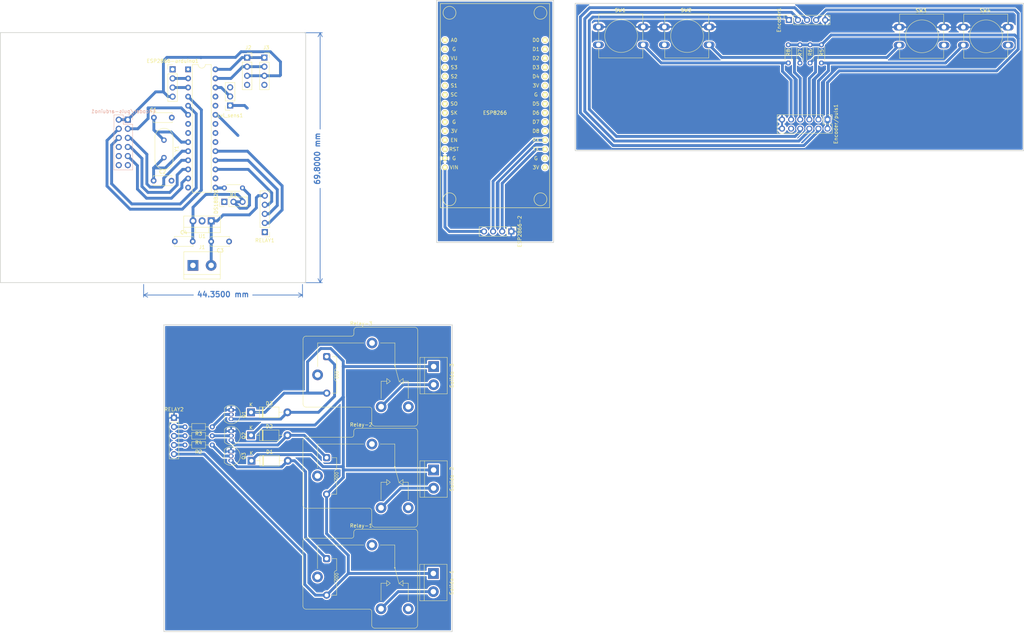
<source format=kicad_pcb>
(kicad_pcb (version 20211014) (generator pcbnew)
  (layers (0 "F.Cu" signal) (31 "B.Cu" signal) (34 "B.Paste" user) (35 "F.Paste" user) (36 "B.SilkS" user "B.Silkscreen") (37 "F.SilkS" user "F.Silkscreen") (38 "B.Mask" user) (39 "F.Mask" user) (44 "Edge.Cuts" user))
  (net 0 "")
  (net 1 "GND")
  (net 2 "Net-(Encoder/puls-arduino1-Pad3)")
  (net 3 "Net-(ESP2866-2-Pad2)")
  (net 4 "Net-(ESP2866-2-Pad3)")
  (net 6 "+5V")
  (net 9 "+12V")
  (net 11 "Net-(D1-Pad2)")
  (net 12 "Net-(D2-Pad2)")
  (net 13 "Net-(C1-Pad1)")
  (net 14 "Net-(C2-Pad1)")
  (net 15 "Net-(Lvl_sens1-Pad2)")
  (net 16 "Net-(Encoder/puls-arduino1-Pad5)")
  (net 17 "Net-(Encoder/puls-arduino1-Pad9)")
  (net 19 "Net-(Encoder/puls1-Pad3)")
  (net 20 "Net-(Encoder/puls1-Pad5)")
  (net 21 "Net-(Q1-Pad2)")
  (net 22 "Net-(Q2-Pad2)")
  (net 23 "Net-(Q3-Pad2)")
  (net 24 "Net-(D3-Pad2)")
  (net 25 "Net-(R1-Pad2)")
  (net 26 "Net-(R2-Pad2)")
  (net 27 "Net-(R3-Pad2)")
  (net 28 "Net-(R4-Pad2)")
  (net 29 "Net-(J2-Pad1)")
  (net 30 "Net-(J2-Pad2)")
  (net 31 "unconnected-(U3-Pad24)")
  (net 32 "Net-(Encoder/puls1-Pad7)")
  (net 35 "Net-(ESP2866-arduino1-Pad2)")
  (net 36 "Net-(ESP2866-arduino1-Pad3)")
  (net 57 "Net-(RELAY1-Pad2)")
  (net 58 "Net-(RELAY1-Pad3)")
  (net 59 "Net-(RELAY1-Pad4)")
  (net 62 "Net-(Encoder/puls-arduino1-Pad7)")
  (net 67 "Net-(Relay-1-Pad11A)")
  (net 69 "Net-(Relay-2-Pad11A)")
  (net 71 "Net-(Relay-3-Pad11A)")
  (net 73 "Net-(Encoder/puls1-Pad9)")
  (net 74 "Net-(Relay-1-Pad14)")
  (net 75 "Net-(Relay-2-Pad14)")
  (net 76 "Net-(Relay-3-Pad14)")
  (net 77 "Net-(Encoder/puls-arduino1-Pad4)")
  (net 78 "Net-(Encoder/puls-arduino1-Pad6)")
  (net 79 "Net-(Encoder/puls-arduino1-Pad8)")
  (net 80 "Net-(Encoder/puls1-Pad4)")
  (net 81 "Net-(Encoder/puls1-Pad6)")
  (net 82 "Net-(Encoder/puls1-Pad8)")
  (footprint "Connector_PinSocket_2.54mm:PinSocket_1x05_P2.54mm_Vertical" (layer "F.Cu") (at 212.94 19.805 90)
    (fp_text reference "Encoder1")
    (fp_text value "Conn_01x05")
  )
  (footprint "Button_Switch_THT:SW_PUSH-12mm" (layer "F.Cu") (at 261.67 21.82)
    (fp_text reference "SW4")
    (fp_text value "SW_Push")
  )
  (footprint "Capacitor_THT:C_Disc_D5.0mm_W2.5mm_P5.00mm" (layer "F.Cu") (at 35.555 64.68)
    (fp_text reference "C2")
    (fp_text value "20pF")
  )
  (footprint "Connector_PinSocket_2.54mm:PinSocket_1x03_P2.54mm_Vertical" (layer "F.Cu") (at 56.92 43.685 180)
    (fp_text reference "Lvl_sens1")
    (fp_text value "lvl_sens")
  )
  (footprint "Diode_THT:D_DO-41_SOD81_P10.16mm_Horizontal" (layer "F.Cu") (at 62.87 142.89)
    (fp_text reference "D1")
    (fp_text value "1N4007")
  )
  (footprint "Package_TO_SOT_THT:TO-220-3_Vertical" (layer "F.Cu") (at 51.635 75.91 180)
    (fp_text reference "U1")
    (fp_text value "LM7805")
  )
  (footprint "Resistor_THT:R_Axial_DIN0204_L3.6mm_D1.6mm_P7.62mm_Horizontal" (layer "F.Cu") (at 51.93 133.42 180)
    (fp_text reference "R3")
    (fp_text value "1k")
  )
  (footprint "Resistor_THT:R_Axial_DIN0204_L3.6mm_D1.6mm_P5.08mm_Horizontal" (layer "F.Cu") (at 60.375 66.7 180)
    (fp_text reference "R1")
    (fp_text value "4.7k")
  )
  (footprint "Relay_THT:Relay_SPDT_RAYEX-L90" (layer "F.Cu") (at 81.35 118.9)
    (fp_text reference "Relay-3")
    (fp_text value "RAYEX-L90")
  )
  (footprint "Diode_THT:D_DO-41_SOD81_P10.16mm_Horizontal" (layer "F.Cu") (at 62.76 135.78)
    (fp_text reference "D2")
    (fp_text value "1N4007")
  )
  (footprint "Capacitor_THT:C_Disc_D5.0mm_W2.5mm_P5.00mm" (layer "F.Cu") (at 35.625 47.06)
    (fp_text reference "C1")
    (fp_text value "20pF")
  )
  (footprint "Resistor_THT:R_Axial_DIN0204_L3.6mm_D1.6mm_P5.08mm_Horizontal" (layer "F.Cu") (at 218.87 31.81 90)
    (fp_text reference "R6")
    (fp_text value "10k")
  )
  (footprint "Crystal:Crystal_HC49-4H_Vertical" (layer "F.Cu") (at 38.445 53.35 -90)
    (fp_text reference "Y1")
    (fp_text value "16MHz")
  )
  (footprint "Connector_PinHeader_2.54mm:PinHeader_1x04_P2.54mm_Vertical" (layer "F.Cu") (at 135.44 78.85 -90)
    (fp_text reference "ESP2866-2")
    (fp_text value "Conn_01x04")
  )
  (footprint "Capacitor_THT:C_Disc_D5.0mm_W2.5mm_P5.00mm" (layer "F.Cu") (at 56.635 81.66 180)
    (fp_text reference "C3")
    (fp_text value "330nF")
  )
  (footprint "Connector_PinSocket_2.54mm:PinSocket_1x04_P2.54mm_Vertical" (layer "F.Cu") (at 61.665 30.3)
    (fp_text reference "J3")
    (fp_text value "DS1307")
  )
  (footprint "TerminalBlock:TerminalBlock_bornier-2_P5.08mm" (layer "F.Cu") (at 113.75 116.58 -90)
    (fp_text reference "Salida-3")
    (fp_text value "Conn_01x02")
  )
  (footprint "Resistor_THT:R_Axial_DIN0204_L3.6mm_D1.6mm_P5.08mm_Horizontal" (layer "F.Cu") (at 216.04 31.81 90)
    (fp_text reference "R7")
    (fp_text value "10k")
  )
  (footprint "ESP8266 LOLiN v3:ESP8266" (layer "F.Cu") (at 130.88 45.73)
    (fp_text reference "ESP8266")
    (fp_text value "NodeMCU1.0(ESP-12E)")
  )
  (footprint "Button_Switch_THT:SW_PUSH-12mm" (layer "F.Cu") (at 159.76 21.74)
    (fp_text reference "SW1")
    (fp_text value "SW_Push")
  )
  (footprint "Connector_PinSocket_2.54mm:PinSocket_1x04_P2.54mm_Vertical" (layer "F.Cu") (at 66.485 30.3)
    (fp_text reference "J2")
    (fp_text value "I2C + LCD")
  )
  (footprint "Package_TO_SOT_THT:TO-92_Inline" (layer "F.Cu") (at 57.2 128.7 -90)
    (fp_text reference "Q1")
    (fp_text value "PN2222A")
  )
  (footprint "TerminalBlock:TerminalBlock_bornier-2_P5.08mm" (layer "F.Cu") (at 46.535 88.33)
    (fp_text reference "J1")
    (fp_text value "12v")
  )
  (footprint "Package_TO_SOT_THT:TO-92_Inline" (layer "F.Cu") (at 57.2 134.61 -90)
    (fp_text reference "Q2")
    (fp_text value "PN2222A")
  )
  (footprint "Connector_PinHeader_2.54mm:PinHeader_2x06_P2.54mm_Vertical" (layer "F.Cu") (at 223.74 47.595 -90)
    (fp_text reference "Encoder/puls1")
    (fp_text value "Conn_02x06_Odd_Even")
  )
  (footprint "Diode_THT:D_DO-41_SOD81_P10.16mm_Horizontal" (layer "F.Cu") (at 62.76 129.36)
    (fp_text reference "D3")
    (fp_text value "1N4007")
  )
  (footprint "Capacitor_THT:C_Disc_D5.0mm_W2.5mm_P5.00mm" (layer "F.Cu") (at 41.475 81.64)
    (fp_text reference "C4")
    (fp_text value "100nF")
  )
  (footprint "TerminalBlock:TerminalBlock_bornier-2_P5.08mm" (layer "F.Cu") (at 113.74 145.46 -90)
    (fp_text reference "Salida-2")
    (fp_text value "Conn_01x02")
  )
  (footprint "Package_TO_SOT_THT:TO-92_Inline" (layer "F.Cu") (at 57.16 140.29 -90)
    (fp_text reference "Q3")
    (fp_text value "PN2222A")
  )
  (footprint "Connector_PinHeader_2.54mm:PinHeader_1x05_P2.54mm_Vertical" (layer "F.Cu") (at 41.24 130.875)
    (fp_text reference "RELAY2")
    (fp_text value "Conn_01x05")
  )
  (footprint "Package_DIP:DIP-28_W7.62mm" (layer "F.Cu") (at 45.195 33.58)
    (fp_text reference "U3" hide)
    (fp_text value "ATmega328P-P")
  )
  (footprint "Connector_PinHeader_2.54mm:PinHeader_1x05_P2.54mm_Vertical" (layer "F.Cu") (at 66.605 79.025 180)
    (fp_text reference "RELAY1")
    (fp_text value "Conn_01x05")
  )
  (footprint "TerminalBlock:TerminalBlock_bornier-2_P5.08mm" (layer "F.Cu") (at 113.67 174.36 -90)
    (fp_text reference "Salida-1")
    (fp_text value "Conn_01x02")
  )
  (footprint "Resistor_THT:R_Axial_DIN0204_L3.6mm_D1.6mm_P5.08mm_Horizontal" (layer "F.Cu") (at 212.79 31.81 90)
    (fp_text reference "R8")
    (fp_text value "10k")
  )
  (footprint "Relay_THT:Relay_SPDT_RAYEX-L90" (layer "F.Cu") (at 81.32 147.12)
    (fp_text reference "Relay-2")
    (fp_text value "RAYEX-L90")
  )
  (footprint "Connector_PinHeader_2.54mm:PinHeader_1x04_P2.54mm_Vertical" (layer "F.Cu") (at 40.855 33.58)
    (fp_text reference "ESP2866-arduino1")
    (fp_text value "Conn_01x04")
  )
  (footprint "Button_Switch_THT:SW_PUSH-12mm" (layer "F.Cu") (at 178.18 21.74)
    (fp_text reference "SW2")
    (fp_text value "SW_Push")
  )
  (footprint "Resistor_THT:R_Axial_DIN0204_L3.6mm_D1.6mm_P7.62mm_Horizontal" (layer "F.Cu") (at 51.93 138.48 180)
    (fp_text reference "R2")
    (fp_text value "1k")
  )
  (footprint "Relay_THT:Relay_SPDT_RAYEX-L90" (layer "F.Cu") (at 81.32 175.32)
    (fp_text reference "Relay-1")
    (fp_text value "RAYEX-L90")
  )
  (footprint "Button_Switch_THT:SW_PUSH-12mm" (layer "F.Cu") (at 243.76 21.82)
    (fp_text reference "SW3")
    (fp_text value "SW_Push")
  )
  (footprint "Resistor_THT:R_Axial_DIN0204_L3.6mm_D1.6mm_P7.62mm_Horizontal" (layer "F.Cu") (at 51.93 135.92 180)
    (fp_text reference "R4")
    (fp_text value "1k")
  )
  (footprint "Resistor_THT:R_Axial_DIN0204_L3.6mm_D1.6mm_P5.08mm_Horizontal" (layer "F.Cu") (at 222.04 31.81 90)
    (fp_text reference "R5")
    (fp_text value "10k")
  )
  (footprint "Connector_PinHeader_2.54mm:PinHeader_1x03_P2.54mm_Vertical" (layer "F.Cu") (at 55.31 70.58 90)
    (fp_text reference "DS18B20")
    (fp_text value "Conn_01x03")
  )
  (footprint "Connector_PinHeader_2.54mm:PinHeader_2x06_P2.54mm_Vertical" (layer "B.Cu") (at 28.355 47.64 180)
    (fp_text reference "Encoder/puls-arduino1")
    (fp_text value "Conn_02x06_Odd_Even" hide)
  )
  (gr_rect (start 153.28 15.152161) (end 278.518479 56.30358) (layer "Edge.Cuts") (width 0.2) (fill none))
  (gr_rect (start 114.58 14.32) (end 147.24 81.93) (layer "Edge.Cuts") (width 0.2) (fill none))
  (gr_rect (start 78.025 23.33) (end -7.245 93.14) (layer "Edge.Cuts") (width 0.2) (fill none))
  (gr_rect (start 38.41 104.91) (end 118.94 190.59) (layer "Edge.Cuts") (width 0.2) (fill none))
  (dimension (type aligned) (layer "B.Cu") (pts (xy 77.225 23.36) (xy 77.225 93.16)) (height -4.835) (gr_text "69.8000 mm" (at 81.26 58.53 90) (layer "B.Cu") (effects (font (size 1.5 1.5) (thickness 0.3)))) (format (units 3) (units_format 1) (precision 4)) (style (thickness 0.2) (arrow_length 1.27) (text_position_mode 2) (extension_height 0.58642) (extension_offset 0.5) keep_text_aligned))
  (dimension (type aligned) (layer "B.Cu") (pts (xy 32.775 93.14) (xy 77.125 93.14)) (height 3.47) (gr_text "44.3500 mm" (at 54.94 96.43) (layer "B.Cu") (effects (font (size 1.5 1.5) (thickness 0.3)))) (format (units 3) (units_format 1) (precision 4)) (style (thickness 0.2) (arrow_length 1.27) (text_position_mode 2) (extension_height 0.58642) (extension_offset 0.5) keep_text_aligned))
  (segment (start 45.195 51.36) (end 44.925 51.36) (width 0.8) (layer "B.Cu") (net 1))
  (segment (start 49.095 75.2975) (end 49.095 75.91) (width 0.8) (layer "B.Cu") (net 1))
  (segment (start 40.625 47.06) (end 40.895 47.06) (width 0.8) (layer "B.Cu") (net 1))
  (segment (start 28.355 50.18) (end 31.14 50.18) (width 0.8) (layer "B.Cu") (net 2))
  (segment (start 31.14 50.18) (end 34.02 47.3) (width 0.8) (layer "B.Cu") (net 2))
  (segment (start 43.255 44.34) (end 45.195 46.28) (width 0.8) (layer "B.Cu") (net 2))
  (segment (start 34.02 47.3) (end 34.02 44.34) (width 0.8) (layer "B.Cu") (net 2))
  (segment (start 34.02 44.34) (end 43.255 44.34) (width 0.8) (layer "B.Cu") (net 2))
  (segment (start 142.42 55.89) (end 144.85 55.89) (width 0.8) (layer "B.Cu") (net 3))
  (segment (start 132.89 65.42) (end 142.42 55.89) (width 0.8) (layer "B.Cu") (net 3))
  (segment (start 132.89 78.84) (end 132.89 65.42) (width 0.8) (layer "B.Cu") (net 3))
  (segment (start 132.9 78.85) (end 132.89 78.84) (width 0.8) (layer "B.Cu") (net 3))
  (segment (start 130.36 78.85) (end 130.34 78.83) (width 0.8) (layer "B.Cu") (net 4))
  (segment (start 141.83 53.35) (end 144.85 53.35) (width 0.8) (layer "B.Cu") (net 4))
  (segment (start 130.34 64.84) (end 141.83 53.35) (width 0.8) (layer "B.Cu") (net 4))
  (segment (start 130.34 78.83) (end 130.34 64.84) (width 0.8) (layer "B.Cu") (net 4))
  (segment (start 48.77 30.32) (end 48.69 30.24) (width 0.8) (layer "B.Cu") (net 6))
  (segment (start 62.335 71.53) (end 61.495 72.37) (width 0.8) (layer "B.Cu") (net 6))
  (segment (start 66.485 35.38) (end 70.79 35.38) (width 0.8) (layer "B.Cu") (net 6))
  (segment (start 223.365 17) (end 220.56 19.805) (width 0.8) (layer "B.Cu") (net 6))
  (segment (start 46.555 75.91) (end 46.555 72.11) (width 0.8) (layer "B.Cu") (net 6))
  (segment (start 127.82 78.85) (end 118.13 78.85) (width 0.8) (layer "B.Cu") (net 6))
  (segment (start 271.76 33.24) (end 277 28) (width 0.8) (layer "B.Cu") (net 6))
  (segment (start 277 18) (end 276 17) (width 0.8) (layer "B.Cu") (net 6))
  (segment (start 38.29 31.215) (end 38.29 39.875) (width 0.8) (layer "B.Cu") (net 6))
  (segment (start 46.555 72.11) (end 50.145 68.52) (width 0.8) (layer "B.Cu") (net 6))
  (segment (start 62.335 68.66) (end 62.335 71.53) (width 0.8) (layer "B.Cu") (net 6))
  (segment (start 212.79 26.73) (end 212.8 26.74) (width 0.8) (layer "B.Cu") (net 6))
  (segment (start 58.945 68.51) (end 50.39 68.51) (width 0.8) (layer "B.Cu") (net 6))
  (segment (start 272 33) (end 271 34) (width 0.8) (layer "B.Cu") (net 6))
  (segment (start 276 24) (end 277 25) (width 0.8) (layer "B.Cu") (net 6))
  (segment (start 276 17) (end 223.365 17) (width 0.8) (layer "B.Cu") (net 6))
  (segment (start 60.39 70.58) (end 57.85 70.58) (width 0.8) (layer "B.Cu") (net 6))
  (segment (start 60.39 69.955) (end 58.945 68.51) (width 0.8) (layer "B.Cu") (net 6))
  (segment (start 36.12 39.875) (end 38.29 39.875) (width 0.8) (layer "B.Cu") (net 6))
  (segment (start 60.965 43.685) (end 61.705 44.425) (width 0.8) (layer "B.Cu") (net 6))
  (segment (start 70.79 35.38) (end 70.98 35.19) (width 0.8) (layer "B.Cu") (net 6))
  (segment (start 223.795 50.19) (end 223.74 50.135) (width 0.8) (layer "B.Cu") (net 6))
  (segment (start 227 34) (end 223.74 37.26) (width 0.8) (layer "B.Cu") (net 6))
  (segment (start 70.98 31.485738) (end 68.164262 28.67) (width 0.8) (layer "B.Cu") (net 6))
  (segment (start 46.475 75.99) (end 46.555 75.91) (width 0.8) (layer "B.Cu") (net 6))
  (segment (start 39.615 41.2) (end 40.855 41.2) (width 0.8) (layer "B.Cu") (net 6))
  (segment (start 277 28) (end 277 25) (width 0.8) (layer "B.Cu") (net 6))
  (segment (start 68.164262 28.67) (end 59.985 28.67) (width 0.8) (layer "B.Cu") (net 6))
  (segment (start 58.415 30.24) (end 48.69 30.24) (width 0.8) (layer "B.Cu") (net 6))
  (segment (start 56.92 43.685) (end 60.965 43.685) (width 0.8) (layer "B.Cu") (net 6))
  (segment (start 224.77 24) (end 276 24) (width 0.8) (layer "B.Cu") (net 6))
  (segment (start 46.475 81.64) (end 46.475 75.99) (width 0.8) (layer "B.Cu") (net 6))
  (segment (start 222.03 26.74) (end 224.77 24) (width 0.8) (layer "B.Cu") (net 6))
  (segment (start 277 25) (end 277 18) (width 0.8) (layer "B.Cu") (net 6))
  (segment (start 212.8 26.74) (end 222.03 26.74) (width 0.8) (layer "B.Cu") (net 6))
  (segment (start 50.145 68.52) (end 50.38 68.52) (width 0.8) (layer "B.Cu") (net 6))
  (segment (start 50.39 68.51) (end 50.38 68.52) (width 0.8) (layer "B.Cu") (net 6))
  (segment (start 59.64 72.37) (end 57.85 70.58) (width 0.8) (layer "B.Cu") (net 6))
  (segment (start 223.74 47.595) (end 223.74 50.135) (width 0.8) (layer "B.Cu") (net 6))
  (segment (start 118.13 78.85) (end 116.91 77.63) (width 0.8) (layer "B.Cu") (net 6))
  (segment (start 48.69 30.24) (end 39.265 30.24) (width 0.8) (layer "B.Cu") (net 6))
  (segment (start 70.98 35.19) (end 70.98 31.485738) (width 0.8) (layer "B.Cu") (net 6))
  (segment (start 61.495 72.37) (end 59.64 72.37) (width 0.8) (layer "B.Cu") (net 6))
  (segment (start 39.265 30.24) (end 38.29 31.215) (width 0.8) (layer "B.Cu") (net 6))
  (segment (start 116.91 77.63) (end 116.91 60.97) (width 0.8) (layer "B.Cu") (net 6))
  (segment (start 61.665 35.38) (end 66.485 35.38) (width 0.8) (layer "B.Cu") (net 6))
  (segment (start 38.29 39.875) (end 39.615 41.2) (width 0.8) (layer "B.Cu") (net 6))
  (segment (start 271 34) (end 227 34) (width 0.8) (layer "B.Cu") (net 6))
  (segment (start 60.39 70.58) (end 60.39 69.955) (width 0.8) (layer "B.Cu") (net 6))
  (segment (start 60.375 66.7) (end 62.335 68.66) (width 0.8) (layer "B.Cu") (net 6))
  (segment (start 28.355 47.64) (end 36.12 39.875) (width 0.8) (layer "B.Cu") (net 6))
  (segment (start 59.985 28.67) (end 58.415 30.24) (width 0.8) (layer "B.Cu") (net 6))
  (segment (start 25.815 47.64) (end 28.355 47.64) (width 0.8) (layer "B.Cu") (net 6))
  (segment (start 223.74 37.26) (end 223.74 47.595) (width 0.8) (layer "B.Cu") (net 6))
  (segment (start 62.99 135.78) (end 65.84 132.93) (width 0.8) (layer "B.Cu") (net 9))
  (segment (start 66.65 129.36) (end 72.01 124) (width 0.8) (layer "B.Cu") (net 9))
  (segment (start 65.84 132.93) (end 80.61 132.93) (width 0.8) (layer "B.Cu") (net 9))
  (segment (start 88.53 147.55) (end 83.86 152.22) (width 0.8) (layer "B.Cu") (net 9))
  (segment (start 51.635 81.66) (end 51.635 79.25) (width 0.8) (layer "B.Cu") (net 9))
  (segment (start 64.57 141.19) (end 79.52 141.19) (width 0.8) (layer "B.Cu") (net 9))
  (segment (start 72.01 124) (end 83.89 124) (width 0.8) (layer "B.Cu") (net 9))
  (segment (start 64.795 68.865) (end 66.605 68.865) (width 0.8) (layer "B.Cu") (net 9))
  (segment (start 113.74 145.46) (end 88.6 145.46) (width 0.8) (layer "B.Cu") (net 9))
  (segment (start 53.305 75.91) (end 54.995 74.22) (width 0.8) (layer "B.Cu") (net 9))
  (segment (start 64.24 72.28) (end 64.24 69.42) (width 0.8) (layer "B.Cu") (net 9))
  (segment (start 88.53 145.53) (end 88.53 147.55) (width 0.8) (layer "B.Cu") (net 9))
  (segment (start 78.54 115.24) (end 82.23 111.55) (width 0.8) (layer "B.Cu") (net 9))
  (segment (start 77.75 177.43) (end 80.74 180.42) (width 0.8) (layer "B.Cu") (net 9))
  (segment (start 82.86 144.53) (end 88.5 144.53) (width 0.8) (layer "B.Cu") (net 9))
  (segment (start 62.76 135.78) (end 62.99 135.78) (width 0.8) (layer "B.Cu") (net 9))
  (segment (start 113.75 116.58) (end 88.51 116.58) (width 0.8) (layer "B.Cu") (net 9))
  (segment (start 51.635 81.66) (end 51.635 88.31) (width 0.8) (layer "B.Cu") (net 9))
  (segment (start 54.995 74.22) (end 62.3 74.22) (width 0.8) (layer "B.Cu") (net 9))
  (segment (start 78.72 124) (end 78.54 123.82) (width 0.8) (layer "B.Cu") (net 9))
  (segment (start 89.92 174.36) (end 83.86 180.42) (width 0.8) (layer "B.Cu") (net 9))
  (segment (start 62.87 142.89) (end 64.57 141.19) (width 0.8) (layer "B.Cu") (net 9))
  (segment (start 51.635 88.31) (end 51.615 88.33) (width 0.8) (layer "B.Cu") (net 9))
  (segment (start 49.635 141.035) (end 77.75 169.15) (width 0.8) (layer "B.Cu") (net 9))
  (segment (start 88.5 144.53) (end 88.51 144.52) (width 0.8) (layer "B.Cu") (net 9))
  (segment (start 82.24 111.55) (end 85.02 111.55) (width 0.8) (layer "B.Cu") (net 9))
  (segment (start 62.76 129.36) (end 66.65 129.36) (width 0.8) (layer "B.Cu") (net 9))
  (segment (start 88.6 145.46) (end 88.53 145.53) (width 0.8) (layer "B.Cu") (net 9))
  (segment (start 51.635 75.91) (end 53.305 75.91) (width 0.8) (layer "B.Cu") (net 9))
  (segment (start 83.86 152.22) (end 83.86 163.23) (width 0.8) (layer "B.Cu") (net 9))
  (segment (start 64.24 69.42) (end 64.795 68.865) (width 0.8) (layer "B.Cu") (net 9))
  (segment (start 83.86 163.23) (end 89.92 169.29) (width 0.8) (layer "B.Cu") (net 9))
  (segment (start 80.61 132.93) (end 88.41 125.13) (width 0.8) (layer "B.Cu") (net 9))
  (segment (start 85.02 111.55) (end 88.51 115.04) (width 0.8) (layer "B.Cu") (net 9))
  (segment (start 83.89 124) (end 78.72 124) (width 0.8) (layer "B.Cu") (net 9))
  (segment (start 113.67 174.36) (end 89.92 174.36) (width 0.8) (layer "B.Cu") (net 9))
  (segment (start 89.92 169.29) (end 89.92 174.36) (width 0.8) (layer "B.Cu") (net 9))
  (segment (start 82.23 111.55) (end 82.26 111.55) (width 0.8) (layer "B.Cu") (net 9))
  (segment (start 88.53 125.13) (end 88.53 145.53) (width 0.8) (layer "B.Cu") (net 9))
  (segment (start 80.74 180.42) (end 83.86 180.42) (width 0.8) (layer "B.Cu") (net 9))
  (segment (start 41.24 141.035) (end 49.635 141.035) (width 0.8) (layer "B.Cu") (net 9))
  (segment (start 51.635 79.25) (end 51.635 75.91) (width 0.8) (layer "B.Cu") (net 9))
  (segment (start 88.41 125.13) (end 88.53 125.13) (width 0.8) (layer "B.Cu") (net 9))
  (segment (start 88.51 115.04) (end 88.51 116.58) (width 0.8) (layer "B.Cu") (net 9))
  (segment (start 88.51 116.58) (end 88.51 125.13) (width 0.8) (layer "B.Cu") (net 9))
  (segment (start 78.54 123.82) (end 78.54 115.24) (width 0.8) (layer "B.Cu") (net 9))
  (segment (start 62.3 74.22) (end 64.24 72.28) (width 0.8) (layer "B.Cu") (net 9))
  (segment (start 79.52 141.19) (end 82.86 144.53) (width 0.8) (layer "B.Cu") (net 9))
  (segment (start 77.75 169.15) (end 77.75 177.43) (width 0.8) (layer "B.Cu") (net 9))
  (segment (start 58.92 144.59) (end 71.33 144.59) (width 0.8) (layer "B.Cu") (net 11))
  (segment (start 77.98 164.34) (end 83.86 170.22) (width 0.8) (layer "B.Cu") (net 11))
  (segment (start 74.93 142.89) (end 77.98 145.94) (width 0.8) (layer "B.Cu") (net 11))
  (segment (start 71.33 144.59) (end 73.03 142.89) (width 0.8) (layer "B.Cu") (net 11))
  (segment (start 57.16 142.83) (end 58.92 144.59) (width 0.8) (layer "B.Cu") (net 11))
  (segment (start 73.03 142.89) (end 74.93 142.89) (width 0.8) (layer "B.Cu") (net 11))
  (segment (start 77.98 145.94) (end 77.98 164.34) (width 0.8) (layer "B.Cu") (net 11))
  (segment (start 57.2 137.15) (end 57.2 137.375) (width 0.8) (layer "B.Cu") (net 12))
  (segment (start 57.2 137.375) (end 58.3 138.475) (width 0.8) (layer "B.Cu") (net 12))
  (segment (start 77.62 135.78) (end 83.86 142.02) (width 0.8) (layer "B.Cu") (net 12))
  (segment (start 58.3 138.475) (end 70.225 138.475) (width 0.8) (layer "B.Cu") (net 12))
  (segment (start 70.225 138.475) (end 72.92 135.78) (width 0.8) (layer "B.Cu") (net 12))
  (segment (start 72.92 135.78) (end 77.62 135.78) (width 0.8) (layer "B.Cu") (net 12))
  (segment (start 36.18 51.085) (end 40.47 51.085) (width 0.8) (layer "B.Cu") (net 13))
  (segment (start 35.625 47.06) (end 35.625 50.53) (width 0.8) (layer "B.Cu") (net 13))
  (segment (start 35.625 50.53) (end 36.18 51.085) (width 0.8) (layer "B.Cu") (net 13))
  (segment (start 43.385 53.9) (end 45.195 53.9) (width 0.8) (layer "B.Cu") (net 13))
  (segment (start 43.335 53.95) (end 43.385 53.9) (width 0.8) (layer "B.Cu") (net 13))
  (segment (start 36.18 51.085) (end 38.445 53.35) (width 0.8) (layer "B.Cu") (net 13))
  (segment (start 40.47 51.085) (end 43.335 53.95) (width 0.8) (layer "B.Cu") (net 13))
  (segment (start 35.555 61.12) (end 38.825 61.12) (width 0.8) (layer "B.Cu") (net 14))
  (segment (start 38.825 61.12) (end 43.505 56.44) (width 0.8) (layer "B.Cu") (net 14))
  (segment (start 35.555 61.12) (end 38.445 58.23) (width 0.8) (layer "B.Cu") (net 14))
  (segment (start 43.505 56.44) (end 45.195 56.44) (width 0.8) (layer "B.Cu") (net 14))
  (segment (start 35.555 64.68) (end 35.555 61.12) (width 0.8) (layer "B.Cu") (net 14))
  (segment (start 52.815 38.66) (end 54.435 38.66) (width 0.8) (layer "B.Cu") (net 15))
  (segment (start 54.435 38.66) (end 56.92 41.145) (width 0.8) (layer "B.Cu") (net 15))
  (segment (start 29.08 52.72) (end 33.67 57.31) (width 0.8) (layer "B.Cu") (net 16))
  (segment (start 43.37 58.98) (end 45.195 58.98) (width 0.8) (layer "B.Cu") (net 16))
  (segment (start 28.355 52.72) (end 29.08 52.72) (width 0.8) (layer "B.Cu") (net 16))
  (segment (start 33.67 65.57) (end 34.58 66.48) (width 0.8) (layer "B.Cu") (net 16))
  (segment (start 33.67 57.31) (end 33.67 65.57) (width 0.8) (layer "B.Cu") (net 16))
  (segment (start 38.38 63.97) (end 43.37 58.98) (width 0.8) (layer "B.Cu") (net 16))
  (segment (start 37.76 66.48) (end 38.38 65.86) (width 0.8) (layer "B.Cu") (net 16))
  (segment (start 38.38 65.86) (end 38.38 63.97) (width 0.8) (layer "B.Cu") (net 16))
  (segment (start 34.58 66.48) (end 37.76 66.48) (width 0.8) (layer "B.Cu") (net 16))
  (segment (start 31.03 60.475) (end 31.03 67.03) (width 0.8) (layer "B.Cu") (net 17))
  (segment (start 28.355 57.8) (end 31.03 60.475) (width 0.8) (layer "B.Cu") (net 17))
  (segment (start 43.45 65.28) (end 44.67 64.06) (width 0.8) (layer "B.Cu") (net 17))
  (segment (start 40.51 69.58) (end 43.45 66.64) (width 0.8) (layer "B.Cu") (net 17))
  (segment (start 43.45 66.64) (end 43.45 65.28) (width 0.8) (layer "B.Cu") (net 17))
  (segment (start 31.03 67.03) (end 33.58 69.58) (width 0.8) (layer "B.Cu") (net 17))
  (segment (start 44.67 64.06) (end 45.195 64.06) (width 0.8) (layer "B.Cu") (net 17))
  (segment (start 33.58 69.58) (end 40.51 69.58) (width 0.8) (layer "B.Cu") (net 17))
  (segment (start 256.68 31.81) (end 261.67 26.82) (width 0.8) (layer "B.Cu") (net 19))
  (segment (start 224.95 31.81) (end 256.68 31.81) (width 0.8) (layer "B.Cu") (net 19))
  (segment (start 224 34) (end 221.2 36.8) (width 0.8) (layer "B.Cu") (net 19))
  (segment (start 224.44 31.81) (end 224.95 31.81) (width 0.8) (layer "B.Cu") (net 19))
  (segment (start 221.2 36.8) (end 221.2 47.595) (width 0.8) (layer "B.Cu") (net 19))
  (segment (start 222.04 31.81) (end 224.44 31.81) (width 0.8) (layer "B.Cu") (net 19))
  (segment (start 224 32.05) (end 224 34) (width 0.8) (layer "B.Cu") (net 19))
  (segment (start 220.42 30.26) (end 240.32 30.26) (width 0.8) (layer "B.Cu") (net 20))
  (segment (start 220.4 34.36) (end 220.4 30.28) (width 0.8) (layer "B.Cu") (net 20))
  (segment (start 220.4 30.28) (end 220.42 30.26) (width 0.8) (layer "B.Cu") (net 20))
  (segment (start 218.66 47.595) (end 218.66 36.1) (width 0.8) (layer "B.Cu") (net 20))
  (segment (start 240.32 30.26) (end 243.76 26.82) (width 0.8) (layer "B.Cu") (net 20))
  (segment (start 218.66 36.1) (end 220.4 34.36) (width 0.8) (layer "B.Cu") (net 20))
  (segment (start 220.42 30.26) (end 218.87 31.81) (width 0.8) (layer "B.Cu") (net 20))
  (segment (start 55.38 129.97) (end 57.2 129.97) (width 0.8) (layer "B.Cu") (net 21))
  (segment (start 51.93 133.42) (end 55.38 129.97) (width 0.8) (layer "B.Cu") (net 21))
  (segment (start 51.93 135.92) (end 57.16 135.92) (width 0.8) (layer "B.Cu") (net 22))
  (segment (start 57.16 135.92) (end 57.2 135.88) (width 0.8) (layer "B.Cu") (net 22))
  (segment (start 51.93 138.48) (end 55.01 141.56) (width 0.8) (layer "B.Cu") (net 23))
  (segment (start 55.01 141.56) (end 57.16 141.56) (width 0.8) (layer "B.Cu") (net 23))
  (segment (start 72.92 129.36) (end 81.59 129.36) (width 0.8) (layer "B.Cu") (net 24))
  (segment (start 81.59 129.36) (end 86.09 124.86) (width 0.8) (layer "B.Cu") (net 24))
  (segment (start 71.04 131.24) (end 72.92 129.36) (width 0.8) (layer "B.Cu") (net 24))
  (segment (start 86.09 116) (end 83.89 113.8) (width 0.8) (layer "B.Cu") (net 24))
  (segment (start 57.2 131.24) (end 71.04 131.24) (width 0.8) (layer "B.Cu") (net 24))
  (segment (start 86.09 124.86) (end 86.09 116) (width 0.8) (layer "B.Cu") (net 24))
  (segment (start 55.295 66.7) (end 52.915 66.7) (width 0.8) (layer "B.Cu") (net 25))
  (segment (start 52.915 66.7) (end 52.815 66.6) (width 0.8) (layer "B.Cu") (net 25))
  (segment (start 44.295 138.495) (end 44.31 138.48) (width 0.8) (layer "B.Cu") (net 26))
  (segment (start 41.24 138.495) (end 44.295 138.495) (width 0.8) (layer "B.Cu") (net 26))
  (segment (start 41.24 133.415) (end 44.305 133.415) (width 0.8) (layer "B.Cu") (net 27))
  (segment (start 44.305 133.415) (end 44.31 133.42) (width 0.8) (layer "B.Cu") (net 27))
  (segment (start 41.24 135.955) (end 44.275 135.955) (width 0.8) (layer "B.Cu") (net 28))
  (segment (start 44.27 135.96) (end 44.31 135.92) (width 0.8) (layer "B.Cu") (net 28))
  (segment (start 44.275 135.955) (end 44.31 135.92) (width 0.8) (layer "B.Cu") (net 28))
  (segment (start 61.665 30.3) (end 66.485 30.3) (width 0.8) (layer "B.Cu") (net 29))
  (segment (start 61.665 30.3) (end 60.255 30.3) (width 0.8) (layer "B.Cu") (net 29))
  (segment (start 60.255 30.3) (end 56.975 33.58) (width 0.8) (layer "B.Cu") (net 29))
  (segment (start 56.975 33.58) (end 52.815 33.58) (width 0.8) (layer "B.Cu") (net 29))
  (segment (start 61.665 32.84) (end 66.485 32.84) (width 0.8) (layer "B.Cu") (net 30))
  (segment (start 60.425 32.84) (end 57.145 36.12) (width 0.8) (layer "B.Cu") (net 30))
  (segment (start 57.145 36.12) (end 52.815 36.12) (width 0.8) (layer "B.Cu") (net 30))
  (segment (start 61.665 32.84) (end 60.425 32.84) (width 0.8) (layer "B.Cu") (net 30))
  (segment (start 52.815 44.145) (end 52.815 43.74) (width 0.8) (layer "B.Cu") (net 31))
  (segment (start 214.51 34.415786) (end 214.51 30.54) (width 0.8) (layer "B.Cu") (net 32))
  (segment (start 216.12 36.025786) (end 214.51 34.415786) (width 0.8) (layer "B.Cu") (net 32))
  (segment (start 216.12 47.595) (end 216.12 36.025786) (width 0.8) (layer "B.Cu") (net 32))
  (segment (start 214.51 30.54) (end 214.79 30.26) (width 0.8) (layer "B.Cu") (net 32))
  (segment (start 215.55 30.26) (end 216.04 30.75) (width 0.8) (layer "B.Cu") (net 32))
  (segment (start 214.79 30.26) (end 215.55 30.26) (width 0.8) (layer "B.Cu") (net 32))
  (segment (start 214.79 30.26) (end 194.2 30.26) (width 0.8) (layer "B.Cu") (net 32))
  (segment (start 216.04 30.75) (end 216.04 31.81) (width 0.8) (layer "B.Cu") (net 32))
  (segment (start 194.2 30.26) (end 190.68 26.74) (width 0.8) (layer "B.Cu") (net 32))
  (segment (start 40.855 36.12) (end 45.195 36.12) (width 0.8) (layer "B.Cu") (net 35))
  (segment (start 40.855 38.66) (end 45.195 38.66) (width 0.8) (layer "B.Cu") (net 36))
  (segment (start 67.8 76.485) (end 71.445 72.84) (width 0.8) (layer "B.Cu") (net 57))
  (segment (start 71.445 66.11) (end 61.775 56.44) (width 0.8) (layer "B.Cu") (net 57))
  (segment (start 66.605 76.485) (end 67.8 76.485) (width 0.8) (layer "B.Cu") (net 57))
  (segment (start 61.775 56.44) (end 52.815 56.44) (width 0.8) (layer "B.Cu") (net 57))
  (segment (start 71.445 72.84) (end 71.445 66.11) (width 0.8) (layer "B.Cu") (net 57))
  (segment (start 70.085 71.6) (end 70.085 67.155) (width 0.8) (layer "B.Cu") (net 58))
  (segment (start 67.755 73.93) (end 70.085 71.6) (width 0.8) (layer "B.Cu") (net 58))
  (segment (start 66.605 73.945) (end 66.62 73.93) (width 0.8) (layer "B.Cu") (net 58))
  (segment (start 70.085 67.155) (end 61.91 58.98) (width 0.8) (layer "B.Cu") (net 58))
  (segment (start 66.62 73.93) (end 67.755 73.93) (width 0.8) (layer "B.Cu") (net 58))
  (segment (start 61.91 58.98) (end 52.815 58.98) (width 0.8) (layer "B.Cu") (net 58))
  (segment (start 66.605 71.405) (end 67.6 71.405) (width 0.8) (layer "B.Cu") (net 59))
  (segment (start 68.535 68.075) (end 61.98 61.52) (width 0.8) (layer "B.Cu") (net 59))
  (segment (start 68.535 70.47) (end 68.535 68.075) (width 0.8) (layer "B.Cu") (net 59))
  (segment (start 61.98 61.52) (end 52.815 61.52) (width 0.8) (layer "B.Cu") (net 59))
  (segment (start 67.6 71.405) (end 68.535 70.47) (width 0.8) (layer "B.Cu") (net 59))
  (segment (start 42.13 63.05) (end 43.66 61.52) (width 0.8) (layer "B.Cu") (net 62))
  (segment (start 29.08 55.26) (end 32.29 58.47) (width 0.8) (layer "B.Cu") (net 62))
  (segment (start 45.195 61.625) (end 45.195 61.52) (width 0.8) (layer "B.Cu") (net 62))
  (segment (start 42.13 65.87) (end 42.13 63.05) (width 0.8) (layer "B.Cu") (net 62))
  (segment (start 43.66 61.52) (end 45.195 61.52) (width 0.8) (layer "B.Cu") (net 62))
  (segment (start 33.97 67.95) (end 40.05 67.95) (width 0.8) (layer "B.Cu") (net 62))
  (segment (start 28.355 55.26) (end 29.08 55.26) (width 0.8) (layer "B.Cu") (net 62))
  (segment (start 40.05 67.95) (end 42.13 65.87) (width 0.8) (layer "B.Cu") (net 62))
  (segment (start 32.29 58.47) (end 32.29 66.27) (width 0.8) (layer "B.Cu") (net 62))
  (segment (start 32.29 66.27) (end 33.97 67.95) (width 0.8) (layer "B.Cu") (net 62))
  (segment (start 211.15 31.79) (end 211.15 34.15) (width 0.8) (layer "B.Cu") (net 73))
  (segment (start 177.31 31.79) (end 172.26 26.74) (width 0.8) (layer "B.Cu") (net 73))
  (segment (start 212.77 31.79) (end 211.15 31.79) (width 0.8) (layer "B.Cu") (net 73))
  (segment (start 211.15 31.79) (end 177.31 31.79) (width 0.8) (layer "B.Cu") (net 73))
  (segment (start 211.15 34.15) (end 213.58 36.58) (width 0.8) (layer "B.Cu") (net 73))
  (segment (start 213.58 36.58) (end 213.58 47.595) (width 0.8) (layer "B.Cu") (net 73))
  (segment (start 212.79 31.81) (end 212.77 31.79) (width 0.8) (layer "B.Cu") (net 73))
  (segment (start 103.84 179.44) (end 99.06 184.22) (width 0.8) (layer "B.Cu") (net 74))
  (segment (start 113.67 179.44) (end 103.84 179.44) (width 0.8) (layer "B.Cu") (net 74))
  (segment (start 113.74 150.54) (end 104.54 150.54) (width 0.8) (layer "B.Cu") (net 75))
  (segment (start 104.54 150.54) (end 99.06 156.02) (width 0.8) (layer "B.Cu") (net 75))
  (segment (start 113.75 121.66) (end 105.23 121.66) (width 0.8) (layer "B.Cu") (net 76))
  (segment (start 105.23 121.66) (end 99.09 127.8) (width 0.8) (layer "B.Cu") (net 76))
  (segment (start 22.54 53.455) (end 22.54 66.19) (width 0.8) (layer "B.Cu") (net 77))
  (segment (start 43.56 72.64) (end 48.89 67.31) (width 0.8) (layer "B.Cu") (net 77))
  (segment (start 25.815 50.18) (end 22.54 53.455) (width 0.8) (layer "B.Cu") (net 77))
  (segment (start 28.99 72.64) (end 43.56 72.64) (width 0.8) (layer "B.Cu") (net 77))
  (segment (start 48.89 67.31) (end 48.89 44.895) (width 0.8) (layer "B.Cu") (net 77))
  (segment (start 48.89 44.895) (end 45.195 41.2) (width 0.8) (layer "B.Cu") (net 77))
  (segment (start 22.54 66.19) (end 28.99 72.64) (width 0.8) (layer "B.Cu") (net 77))
  (segment (start 29.46 71.17) (end 42.98 71.17) (width 0.8) (layer "B.Cu") (net 78))
  (segment (start 25.815 52.72) (end 23.83 54.705) (width 0.8) (layer "B.Cu") (net 78))
  (segment (start 47.45 66.7) (end 47.45 45.995) (width 0.8) (layer "B.Cu") (net 78))
  (segment (start 23.83 65.54) (end 29.46 71.17) (width 0.8) (layer "B.Cu") (net 78))
  (segment (start 23.83 54.705) (end 23.83 65.54) (width 0.8) (layer "B.Cu") (net 78))
  (segment (start 47.45 45.995) (end 45.195 43.74) (width 0.8) (layer "B.Cu") (net 78))
  (segment (start 42.98 71.17) (end 47.45 66.7) (width 0.8) (layer "B.Cu") (net 78))
  (segment (start 53.34 46.28) (end 59.105 52.045) (width 0.8) (layer "B.Cu") (net 79))
  (segment (start 52.815 46.28) (end 53.34 46.28) (width 0.8) (layer "B.Cu") (net 79))
  (segment (start 154.723137 18.937376) (end 157.29466 16.365853) (width 0.8) (layer "B.Cu") (net 80))
  (segment (start 217.118655 54.881345) (end 163.881345 54.881345) (width 0.8) (layer "B.Cu") (net 80))
  (segment (start 214.580853 16.365853) (end 218.02 19.805) (width 0.8) (layer "B.Cu") (net 80))
  (segment (start 163.881345 54.881345) (end 154.723137 45.723137) (width 0.8) (layer "B.Cu") (net 80))
  (segment (start 157.29466 16.365853) (end 214.580853 16.365853) (width 0.8) (layer "B.Cu") (net 80))
  (segment (start 221.2 50.135) (end 221.2 50.8) (width 0.8) (layer "B.Cu") (net 80))
  (segment (start 221.2 50.8) (end 217.118655 54.881345) (width 0.8) (layer "B.Cu") (net 80))
  (segment (start 154.723137 45.723137) (end 154.723137 18.937376) (width 0.8) (layer "B.Cu") (net 80))
  (segment (start 213.699469 17.664469) (end 215.48 19.445) (width 0.8) (layer "B.Cu") (net 81))
  (segment (start 155.955833 45.28609) (end 155.955833 19.481652) (width 0.8) (layer "B.Cu") (net 81))
  (segment (start 215.740132 53.599868) (end 164.269611 53.599868) (width 0.8) (layer "B.Cu") (net 81))
  (segment (start 218.66 50.68) (end 215.740132 53.599868) (width 0.8) (layer "B.Cu") (net 81))
  (segment (start 218.66 50.135) (end 218.66 50.68) (width 0.8) (layer "B.Cu") (net 81))
  (segment (start 215.48 19.445) (end 215.48 19.805) (width 0.8) (layer "B.Cu") (net 81))
  (segment (start 164.269611 53.599868) (end 155.955833 45.28609) (width 0.8) (layer "B.Cu") (net 81))
  (segment (start 155.955833 19.481652) (end 157.773016 17.664469) (width 0.8) (layer "B.Cu") (net 81))
  (segment (start 157.773016 17.664469) (end 213.699469 17.664469) (width 0.8) (layer "B.Cu") (net 81))
  (segment (start 212.94 19.805) (end 212.135 19) (width 0.8) (layer "B.Cu") (net 82))
  (segment (start 212.135 19) (end 158.221489 19) (width 0.8) (layer "B.Cu") (net 82))
  (segment (start 157.221489 44.728411) (end 164.81147 52.318392) (width 0.8) (layer "B.Cu") (net 82))
  (segment (start 216.12 50.88) (end 216.12 50.135) (width 0.8) (layer "B.Cu") (net 82))
  (segment (start 214.681608 52.318392) (end 216.12 50.88) (width 0.8) (layer "B.Cu") (net 82))
  (segment (start 164.81147 52.318392) (end 214.681608 52.318392) (width 0.8) (layer "B.Cu") (net 82))
  (segment (start 158.221489 19) (end 157.221489 20) (width 0.8) (layer "B.Cu") (net 82))
  (segment (start 157.221489 20) (end 157.221489 44.728411) (width 0.8) (layer "B.Cu") (net 82))
  (zone (net 1) (net_name "GND") (layer "B.Cu") (connect_pads (clearance 0.358)) (min_thickness 0.254) (fill yes (thermal_gap 0.508) (thermal_bridge_width 0.508))
    (polygon (pts (xy 147.09 81.75) (xy 114.72 81.75) (xy 114.72 14.51) (xy 147.09 14.51)))
  )
  (zone (net 1) (net_name "GND") (layer "B.Cu") (connect_pads (clearance 0.29)) (min_thickness 0.254) (fill yes (thermal_gap 0.508) (thermal_bridge_width 0.508))
    (polygon (pts (xy 278.32 56.11) (xy 153.5 56.11) (xy 153.5 15.27) (xy 278.32 15.27)))
  )
  (zone (net 1) (net_name "GND") (layer "B.Cu") (connect_pads (clearance 0.358)) (min_thickness 0.254) (fill yes (thermal_gap 0.508) (thermal_bridge_width 0.508))
    (polygon (pts (xy 118.68 190.32) (xy 38.6 190.32) (xy 38.6 105.11) (xy 118.68 105.11)))
  )
)
</source>
